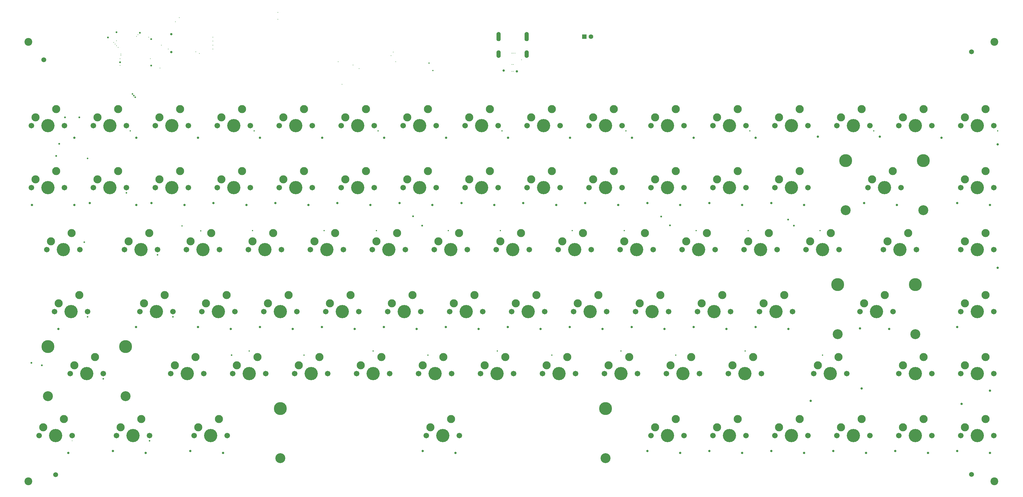
<source format=gts>
G04*
G04 #@! TF.GenerationSoftware,Altium Limited,Altium Designer,19.0.15 (446)*
G04*
G04 Layer_Color=8388736*
%FSLAX44Y44*%
%MOMM*%
G71*
G01*
G75*
%ADD13C,2.4000*%
%ADD14C,4.0640*%
%ADD15C,1.7018*%
%ADD16C,2.4892*%
%ADD17C,3.9878*%
%ADD18C,3.0480*%
%ADD19R,1.4112X1.4112*%
%ADD20C,1.4112*%
%ADD21C,0.8032*%
%ADD22C,0.3048*%
%ADD23C,0.7000*%
%ADD24C,1.5000*%
%ADD25C,0.5588*%
%ADD26C,0.5842*%
%ADD27C,0.5080*%
%ADD28C,0.4318*%
%ADD29C,0.4300*%
G36*
X1569550Y1367900D02*
Y1357900D01*
Y1357730D01*
X1569568Y1357390D01*
X1569603Y1357051D01*
X1569657Y1356715D01*
X1569727Y1356382D01*
X1569816Y1356053D01*
X1569921Y1355730D01*
X1570043Y1355412D01*
X1570181Y1355101D01*
X1570336Y1354797D01*
X1570506Y1354503D01*
X1570691Y1354217D01*
X1570891Y1353942D01*
X1571106Y1353677D01*
X1571333Y1353424D01*
X1571574Y1353183D01*
X1571827Y1352956D01*
X1572092Y1352742D01*
X1572367Y1352541D01*
X1572653Y1352356D01*
X1572947Y1352186D01*
X1573251Y1352031D01*
X1573562Y1351893D01*
X1573880Y1351771D01*
X1574203Y1351665D01*
X1574532Y1351577D01*
X1574865Y1351507D01*
X1575201Y1351453D01*
X1575540Y1351418D01*
X1575880Y1351400D01*
X1576050D01*
X1576220D01*
X1576560Y1351418D01*
X1576899Y1351453D01*
X1577235Y1351507D01*
X1577568Y1351577D01*
X1577897Y1351665D01*
X1578221Y1351771D01*
X1578538Y1351893D01*
X1578849Y1352031D01*
X1579153Y1352186D01*
X1579447Y1352356D01*
X1579733Y1352541D01*
X1580008Y1352741D01*
X1580273Y1352956D01*
X1580526Y1353183D01*
X1580766Y1353424D01*
X1580994Y1353677D01*
X1581208Y1353942D01*
X1581409Y1354217D01*
X1581594Y1354503D01*
X1581764Y1354797D01*
X1581919Y1355101D01*
X1582057Y1355412D01*
X1582179Y1355730D01*
X1582285Y1356053D01*
X1582373Y1356382D01*
X1582443Y1356715D01*
X1582497Y1357051D01*
X1582532Y1357390D01*
X1582550Y1357730D01*
Y1357900D01*
Y1367900D01*
Y1368070D01*
X1582532Y1368410D01*
X1582497Y1368749D01*
X1582443Y1369085D01*
X1582373Y1369418D01*
X1582285Y1369747D01*
X1582179Y1370070D01*
X1582057Y1370388D01*
X1581919Y1370699D01*
X1581764Y1371003D01*
X1581594Y1371297D01*
X1581409Y1371583D01*
X1581209Y1371858D01*
X1580994Y1372123D01*
X1580767Y1372376D01*
X1580526Y1372616D01*
X1580273Y1372844D01*
X1580008Y1373058D01*
X1579733Y1373259D01*
X1579447Y1373444D01*
X1579153Y1373614D01*
X1578849Y1373769D01*
X1578538Y1373907D01*
X1578221Y1374029D01*
X1577897Y1374135D01*
X1577568Y1374223D01*
X1577235Y1374293D01*
X1576899Y1374347D01*
X1576560Y1374382D01*
X1576220Y1374400D01*
X1576050D01*
X1575880D01*
X1575540Y1374382D01*
X1575201Y1374347D01*
X1574865Y1374293D01*
X1574532Y1374223D01*
X1574203Y1374135D01*
X1573880Y1374029D01*
X1573562Y1373907D01*
X1573251Y1373769D01*
X1572947Y1373614D01*
X1572653Y1373444D01*
X1572367Y1373259D01*
X1572092Y1373059D01*
X1571827Y1372844D01*
X1571574Y1372617D01*
X1571333Y1372376D01*
X1571106Y1372123D01*
X1570892Y1371858D01*
X1570691Y1371583D01*
X1570506Y1371297D01*
X1570336Y1371003D01*
X1570181Y1370699D01*
X1570043Y1370388D01*
X1569921Y1370070D01*
X1569816Y1369747D01*
X1569727Y1369418D01*
X1569657Y1369085D01*
X1569603Y1368749D01*
X1569568Y1368410D01*
X1569550Y1368070D01*
Y1367900D01*
D01*
D02*
G37*
G36*
Y1424500D02*
Y1408500D01*
X1569554Y1408368D01*
X1569583Y1408042D01*
X1569629Y1407717D01*
X1569691Y1407396D01*
X1569770Y1407078D01*
X1569866Y1406765D01*
X1569978Y1406457D01*
X1570106Y1406155D01*
X1570250Y1405861D01*
X1570409Y1405574D01*
X1570582Y1405296D01*
X1570770Y1405028D01*
X1570972Y1404770D01*
X1571187Y1404523D01*
X1571414Y1404287D01*
X1571654Y1404064D01*
X1571905Y1403853D01*
X1572166Y1403656D01*
X1572438Y1403473D01*
X1572719Y1403304D01*
X1573008Y1403150D01*
X1573305Y1403012D01*
X1573609Y1402889D01*
X1573918Y1402782D01*
X1574233Y1402692D01*
X1574552Y1402619D01*
X1574875Y1402562D01*
X1575200Y1402522D01*
X1575527Y1402499D01*
X1575855Y1402493D01*
X1576050Y1402500D01*
X1576245Y1402493D01*
X1576573Y1402499D01*
X1576900Y1402522D01*
X1577225Y1402562D01*
X1577547Y1402619D01*
X1577867Y1402692D01*
X1578181Y1402782D01*
X1578491Y1402889D01*
X1578795Y1403012D01*
X1579092Y1403150D01*
X1579381Y1403304D01*
X1579662Y1403473D01*
X1579933Y1403656D01*
X1580195Y1403853D01*
X1580446Y1404064D01*
X1580686Y1404287D01*
X1580913Y1404523D01*
X1581128Y1404770D01*
X1581330Y1405028D01*
X1581518Y1405296D01*
X1581691Y1405574D01*
X1581850Y1405861D01*
X1581994Y1406155D01*
X1582122Y1406457D01*
X1582234Y1406765D01*
X1582330Y1407078D01*
X1582409Y1407396D01*
X1582471Y1407717D01*
X1582517Y1408042D01*
X1582545Y1408368D01*
X1582550Y1408500D01*
Y1424500D01*
X1582545Y1424632D01*
X1582517Y1424958D01*
X1582471Y1425283D01*
X1582409Y1425604D01*
X1582330Y1425922D01*
X1582234Y1426235D01*
X1582122Y1426543D01*
X1581994Y1426845D01*
X1581850Y1427139D01*
X1581691Y1427426D01*
X1581518Y1427704D01*
X1581330Y1427972D01*
X1581128Y1428230D01*
X1580913Y1428477D01*
X1580686Y1428713D01*
X1580446Y1428936D01*
X1580195Y1429147D01*
X1579934Y1429344D01*
X1579662Y1429527D01*
X1579381Y1429696D01*
X1579092Y1429850D01*
X1578795Y1429988D01*
X1578491Y1430111D01*
X1578182Y1430217D01*
X1577867Y1430308D01*
X1577547Y1430381D01*
X1577225Y1430438D01*
X1576900Y1430478D01*
X1576573Y1430501D01*
X1576245Y1430507D01*
X1576050Y1430500D01*
X1575855Y1430507D01*
X1575527Y1430501D01*
X1575200Y1430478D01*
X1574875Y1430438D01*
X1574553Y1430381D01*
X1574233Y1430308D01*
X1573918Y1430218D01*
X1573609Y1430111D01*
X1573305Y1429988D01*
X1573008Y1429850D01*
X1572719Y1429696D01*
X1572438Y1429527D01*
X1572166Y1429344D01*
X1571905Y1429147D01*
X1571654Y1428936D01*
X1571414Y1428713D01*
X1571187Y1428477D01*
X1570972Y1428230D01*
X1570770Y1427972D01*
X1570582Y1427704D01*
X1570409Y1427426D01*
X1570250Y1427139D01*
X1570106Y1426845D01*
X1569978Y1426543D01*
X1569866Y1426236D01*
X1569770Y1425922D01*
X1569691Y1425604D01*
X1569629Y1425283D01*
X1569583Y1424958D01*
X1569554Y1424632D01*
X1569550Y1424500D01*
D01*
D02*
G37*
G36*
X1655950Y1367900D02*
Y1357900D01*
Y1357730D01*
X1655968Y1357390D01*
X1656003Y1357051D01*
X1656057Y1356715D01*
X1656127Y1356382D01*
X1656216Y1356053D01*
X1656321Y1355730D01*
X1656443Y1355412D01*
X1656581Y1355101D01*
X1656736Y1354797D01*
X1656906Y1354503D01*
X1657091Y1354217D01*
X1657291Y1353942D01*
X1657506Y1353677D01*
X1657733Y1353424D01*
X1657974Y1353183D01*
X1658227Y1352956D01*
X1658492Y1352742D01*
X1658767Y1352541D01*
X1659053Y1352356D01*
X1659347Y1352186D01*
X1659651Y1352031D01*
X1659962Y1351893D01*
X1660280Y1351771D01*
X1660603Y1351665D01*
X1660932Y1351577D01*
X1661265Y1351507D01*
X1661601Y1351453D01*
X1661940Y1351418D01*
X1662280Y1351400D01*
X1662450D01*
X1662620D01*
X1662960Y1351418D01*
X1663299Y1351453D01*
X1663635Y1351507D01*
X1663968Y1351577D01*
X1664297Y1351665D01*
X1664621Y1351771D01*
X1664938Y1351893D01*
X1665249Y1352031D01*
X1665553Y1352186D01*
X1665847Y1352356D01*
X1666133Y1352541D01*
X1666408Y1352741D01*
X1666673Y1352956D01*
X1666926Y1353183D01*
X1667166Y1353424D01*
X1667394Y1353677D01*
X1667608Y1353942D01*
X1667809Y1354217D01*
X1667994Y1354503D01*
X1668164Y1354797D01*
X1668319Y1355101D01*
X1668457Y1355412D01*
X1668579Y1355730D01*
X1668685Y1356053D01*
X1668773Y1356382D01*
X1668843Y1356715D01*
X1668897Y1357051D01*
X1668932Y1357390D01*
X1668950Y1357730D01*
Y1357900D01*
Y1367900D01*
Y1368070D01*
X1668932Y1368410D01*
X1668897Y1368749D01*
X1668843Y1369085D01*
X1668773Y1369418D01*
X1668685Y1369747D01*
X1668579Y1370070D01*
X1668457Y1370388D01*
X1668319Y1370699D01*
X1668164Y1371003D01*
X1667994Y1371297D01*
X1667809Y1371583D01*
X1667609Y1371858D01*
X1667394Y1372123D01*
X1667167Y1372376D01*
X1666926Y1372616D01*
X1666673Y1372844D01*
X1666408Y1373058D01*
X1666133Y1373259D01*
X1665847Y1373444D01*
X1665553Y1373614D01*
X1665249Y1373769D01*
X1664938Y1373907D01*
X1664621Y1374029D01*
X1664297Y1374135D01*
X1663968Y1374223D01*
X1663635Y1374293D01*
X1663299Y1374347D01*
X1662960Y1374382D01*
X1662620Y1374400D01*
X1662450D01*
X1662280D01*
X1661940Y1374382D01*
X1661601Y1374347D01*
X1661265Y1374293D01*
X1660932Y1374223D01*
X1660603Y1374135D01*
X1660280Y1374029D01*
X1659962Y1373907D01*
X1659651Y1373769D01*
X1659347Y1373614D01*
X1659053Y1373444D01*
X1658767Y1373259D01*
X1658492Y1373059D01*
X1658227Y1372844D01*
X1657974Y1372617D01*
X1657733Y1372376D01*
X1657506Y1372123D01*
X1657292Y1371858D01*
X1657091Y1371583D01*
X1656906Y1371297D01*
X1656736Y1371003D01*
X1656581Y1370699D01*
X1656443Y1370388D01*
X1656321Y1370070D01*
X1656216Y1369747D01*
X1656127Y1369418D01*
X1656057Y1369085D01*
X1656003Y1368749D01*
X1655968Y1368410D01*
X1655950Y1368070D01*
Y1367900D01*
D01*
D02*
G37*
G36*
Y1424500D02*
Y1408500D01*
X1655954Y1408368D01*
X1655983Y1408042D01*
X1656029Y1407717D01*
X1656091Y1407396D01*
X1656170Y1407078D01*
X1656266Y1406765D01*
X1656378Y1406457D01*
X1656506Y1406155D01*
X1656650Y1405861D01*
X1656809Y1405574D01*
X1656982Y1405296D01*
X1657170Y1405028D01*
X1657372Y1404770D01*
X1657587Y1404523D01*
X1657814Y1404287D01*
X1658054Y1404064D01*
X1658305Y1403853D01*
X1658566Y1403656D01*
X1658838Y1403473D01*
X1659119Y1403304D01*
X1659408Y1403150D01*
X1659705Y1403012D01*
X1660009Y1402889D01*
X1660318Y1402782D01*
X1660633Y1402692D01*
X1660952Y1402619D01*
X1661275Y1402562D01*
X1661600Y1402522D01*
X1661927Y1402499D01*
X1662255Y1402493D01*
X1662450Y1402500D01*
X1662645Y1402493D01*
X1662973Y1402499D01*
X1663300Y1402522D01*
X1663625Y1402562D01*
X1663947Y1402619D01*
X1664267Y1402692D01*
X1664581Y1402782D01*
X1664891Y1402889D01*
X1665195Y1403012D01*
X1665492Y1403150D01*
X1665781Y1403304D01*
X1666062Y1403473D01*
X1666333Y1403656D01*
X1666595Y1403853D01*
X1666846Y1404064D01*
X1667086Y1404287D01*
X1667313Y1404523D01*
X1667528Y1404770D01*
X1667730Y1405028D01*
X1667918Y1405296D01*
X1668091Y1405574D01*
X1668250Y1405861D01*
X1668394Y1406155D01*
X1668522Y1406457D01*
X1668634Y1406765D01*
X1668730Y1407078D01*
X1668809Y1407396D01*
X1668871Y1407717D01*
X1668917Y1408042D01*
X1668945Y1408368D01*
X1668950Y1408500D01*
Y1424500D01*
X1668945Y1424632D01*
X1668917Y1424958D01*
X1668871Y1425283D01*
X1668809Y1425604D01*
X1668730Y1425922D01*
X1668634Y1426235D01*
X1668522Y1426543D01*
X1668394Y1426845D01*
X1668250Y1427139D01*
X1668091Y1427426D01*
X1667918Y1427704D01*
X1667730Y1427972D01*
X1667528Y1428230D01*
X1667313Y1428477D01*
X1667086Y1428713D01*
X1666846Y1428936D01*
X1666595Y1429147D01*
X1666334Y1429344D01*
X1666062Y1429527D01*
X1665781Y1429696D01*
X1665492Y1429850D01*
X1665195Y1429988D01*
X1664891Y1430111D01*
X1664582Y1430217D01*
X1664267Y1430308D01*
X1663947Y1430381D01*
X1663625Y1430438D01*
X1663300Y1430478D01*
X1662973Y1430501D01*
X1662645Y1430507D01*
X1662450Y1430500D01*
X1662255Y1430507D01*
X1661927Y1430501D01*
X1661600Y1430478D01*
X1661275Y1430438D01*
X1660953Y1430381D01*
X1660633Y1430308D01*
X1660318Y1430218D01*
X1660009Y1430111D01*
X1659705Y1429988D01*
X1659408Y1429850D01*
X1659119Y1429696D01*
X1658838Y1429527D01*
X1658566Y1429344D01*
X1658305Y1429147D01*
X1658054Y1428936D01*
X1657814Y1428713D01*
X1657587Y1428477D01*
X1657372Y1428230D01*
X1657170Y1427972D01*
X1656982Y1427704D01*
X1656809Y1427426D01*
X1656650Y1427139D01*
X1656506Y1426845D01*
X1656378Y1426543D01*
X1656266Y1426236D01*
X1656170Y1425922D01*
X1656091Y1425604D01*
X1656029Y1425283D01*
X1655983Y1424958D01*
X1655954Y1424632D01*
X1655950Y1424500D01*
D01*
D02*
G37*
D13*
X130000Y50000D02*
D03*
X3100000D02*
D03*
Y1400000D02*
D03*
X130000D02*
D03*
D14*
X381000Y1143000D02*
D03*
X2571750Y762000D02*
D03*
X690565Y190500D02*
D03*
X452435D02*
D03*
X214312D02*
D03*
X309562Y381000D02*
D03*
X261938Y571500D02*
D03*
X238125Y762000D02*
D03*
X2762250Y952500D02*
D03*
X2809875Y762000D02*
D03*
X2738443Y571500D02*
D03*
X2595557Y381000D02*
D03*
X1404935Y190500D02*
D03*
X190500Y1143000D02*
D03*
X571500D02*
D03*
X762000D02*
D03*
X952500D02*
D03*
X1143000D02*
D03*
X1333500D02*
D03*
X1524000D02*
D03*
X1714500D02*
D03*
X1905000D02*
D03*
X2095500D02*
D03*
X2286000D02*
D03*
X2476500D02*
D03*
X2667000D02*
D03*
X2857500D02*
D03*
X3048000D02*
D03*
X381000Y952500D02*
D03*
X190500D02*
D03*
X571500D02*
D03*
X762000D02*
D03*
X952500D02*
D03*
X1143000D02*
D03*
X1333500D02*
D03*
X1524000D02*
D03*
X1714500D02*
D03*
X1905000D02*
D03*
X2095500D02*
D03*
X2286000D02*
D03*
X2476500D02*
D03*
X3048000D02*
D03*
X476250Y762000D02*
D03*
X666750D02*
D03*
X857250D02*
D03*
X1047750D02*
D03*
X1238250D02*
D03*
X1428750D02*
D03*
X1619250D02*
D03*
X1809750D02*
D03*
X2000250D02*
D03*
X2190750D02*
D03*
X2381250D02*
D03*
X3048000D02*
D03*
X523880Y571500D02*
D03*
X714380D02*
D03*
X904880D02*
D03*
X1095380D02*
D03*
X1285880D02*
D03*
X1476380D02*
D03*
X1666880D02*
D03*
X1857380D02*
D03*
X2047880D02*
D03*
X2238380D02*
D03*
X2428880D02*
D03*
X3048000D02*
D03*
X619123Y381000D02*
D03*
X809620D02*
D03*
X1000120D02*
D03*
X1190620D02*
D03*
X1381120D02*
D03*
X1571620D02*
D03*
X1762120D02*
D03*
X1952620D02*
D03*
X2143120D02*
D03*
X2333620D02*
D03*
X2857500D02*
D03*
X3048000D02*
D03*
X2095502Y190500D02*
D03*
X2286000D02*
D03*
X2476500D02*
D03*
X2667000D02*
D03*
X2857500D02*
D03*
X3048000D02*
D03*
D15*
X431800Y1143000D02*
D03*
X330200D02*
D03*
X2622550Y762000D02*
D03*
X2520950D02*
D03*
X639765Y190500D02*
D03*
X741365D02*
D03*
X401635D02*
D03*
X503235D02*
D03*
X163512D02*
D03*
X265112D02*
D03*
X360363Y381000D02*
D03*
X258762D02*
D03*
X312738Y571500D02*
D03*
X211138D02*
D03*
X288925Y762000D02*
D03*
X187325D02*
D03*
X2711450Y952500D02*
D03*
X2813050D02*
D03*
X2860675Y762000D02*
D03*
X2759075D02*
D03*
X2789243Y571500D02*
D03*
X2687643D02*
D03*
X2646357Y381000D02*
D03*
X2544757D02*
D03*
X1455735Y190500D02*
D03*
X1354135D02*
D03*
X139700Y1143000D02*
D03*
X241300D02*
D03*
X520700D02*
D03*
X622300D02*
D03*
X711200D02*
D03*
X812800D02*
D03*
X901700D02*
D03*
X1003300D02*
D03*
X1092200D02*
D03*
X1193800D02*
D03*
X1282700D02*
D03*
X1384300D02*
D03*
X1473200D02*
D03*
X1574800D02*
D03*
X1663700D02*
D03*
X1765300D02*
D03*
X1854200D02*
D03*
X1955800D02*
D03*
X2044700D02*
D03*
X2146300D02*
D03*
X2235200D02*
D03*
X2336800D02*
D03*
X2425700D02*
D03*
X2527300D02*
D03*
X2616200D02*
D03*
X2717800D02*
D03*
X2806700D02*
D03*
X2908300D02*
D03*
X2997200D02*
D03*
X3098800D02*
D03*
X330200Y952500D02*
D03*
X431800D02*
D03*
X139700D02*
D03*
X241300D02*
D03*
X520700D02*
D03*
X622300D02*
D03*
X711200D02*
D03*
X812800D02*
D03*
X901700D02*
D03*
X1003300D02*
D03*
X1092200D02*
D03*
X1193800D02*
D03*
X1282700D02*
D03*
X1384300D02*
D03*
X1473200D02*
D03*
X1574800D02*
D03*
X1663700D02*
D03*
X1765300D02*
D03*
X1854200D02*
D03*
X1955800D02*
D03*
X2044700D02*
D03*
X2146300D02*
D03*
X2235200D02*
D03*
X2336800D02*
D03*
X2425700D02*
D03*
X2527300D02*
D03*
X2997200D02*
D03*
X3098800D02*
D03*
X425450Y762000D02*
D03*
X527050D02*
D03*
X615950D02*
D03*
X717550D02*
D03*
X806450D02*
D03*
X908050D02*
D03*
X996950D02*
D03*
X1098550D02*
D03*
X1187450D02*
D03*
X1289050D02*
D03*
X1377950D02*
D03*
X1479550D02*
D03*
X1568450D02*
D03*
X1670050D02*
D03*
X1758950D02*
D03*
X1860550D02*
D03*
X1949450D02*
D03*
X2051050D02*
D03*
X2139950D02*
D03*
X2241550D02*
D03*
X2330450D02*
D03*
X2432050D02*
D03*
X2997200D02*
D03*
X3098800D02*
D03*
X473080Y571500D02*
D03*
X574680D02*
D03*
X663580D02*
D03*
X765180D02*
D03*
X854080D02*
D03*
X955680D02*
D03*
X1044580D02*
D03*
X1146180D02*
D03*
X1235080D02*
D03*
X1336680D02*
D03*
X1425580D02*
D03*
X1527180D02*
D03*
X1616080D02*
D03*
X1717680D02*
D03*
X1806580D02*
D03*
X1908180D02*
D03*
X1997080D02*
D03*
X2098680D02*
D03*
X2187580D02*
D03*
X2289180D02*
D03*
X2378080D02*
D03*
X2479680D02*
D03*
X2997200D02*
D03*
X3098800D02*
D03*
X568322Y381000D02*
D03*
X669922D02*
D03*
X758820D02*
D03*
X860420D02*
D03*
X949320D02*
D03*
X1050920D02*
D03*
X1139820D02*
D03*
X1241420D02*
D03*
X1330320D02*
D03*
X1431920D02*
D03*
X1520820D02*
D03*
X1622420D02*
D03*
X1711320D02*
D03*
X1812920D02*
D03*
X1901820D02*
D03*
X2003420D02*
D03*
X2092320D02*
D03*
X2193920D02*
D03*
X2282820D02*
D03*
X2384420D02*
D03*
X2806700D02*
D03*
X2908300D02*
D03*
X2997200D02*
D03*
X3098800D02*
D03*
X2044702Y190500D02*
D03*
X2146302D02*
D03*
X2235200D02*
D03*
X2336800D02*
D03*
X2425700D02*
D03*
X2527300D02*
D03*
X2616200D02*
D03*
X2717800D02*
D03*
X2806700D02*
D03*
X2908300D02*
D03*
X2997200D02*
D03*
X3098800D02*
D03*
D16*
X406400Y1193800D02*
D03*
X342900Y1168400D02*
D03*
X2597150Y812800D02*
D03*
X2533650Y787400D02*
D03*
X652465Y215900D02*
D03*
X715965Y241300D02*
D03*
X414335Y215900D02*
D03*
X477835Y241300D02*
D03*
X176213Y215900D02*
D03*
X239713Y241300D02*
D03*
X334963Y431800D02*
D03*
X271462Y406400D02*
D03*
X287337Y622300D02*
D03*
X223838Y596900D02*
D03*
X263525Y812800D02*
D03*
X200025Y787400D02*
D03*
X2724150Y977900D02*
D03*
X2787650Y1003300D02*
D03*
X2835275Y812800D02*
D03*
X2771775Y787400D02*
D03*
X2763842Y622300D02*
D03*
X2700343Y596900D02*
D03*
X2620957Y431800D02*
D03*
X2557457Y406400D02*
D03*
X1430335Y241300D02*
D03*
X1366835Y215900D02*
D03*
X152400Y1168400D02*
D03*
X215900Y1193800D02*
D03*
X533400Y1168400D02*
D03*
X596900Y1193800D02*
D03*
X723900Y1168400D02*
D03*
X787400Y1193800D02*
D03*
X914400Y1168400D02*
D03*
X977900Y1193800D02*
D03*
X1104900Y1168400D02*
D03*
X1168400Y1193800D02*
D03*
X1295400Y1168400D02*
D03*
X1358900Y1193800D02*
D03*
X1485900Y1168400D02*
D03*
X1549400Y1193800D02*
D03*
X1676400Y1168400D02*
D03*
X1739900Y1193800D02*
D03*
X1866900Y1168400D02*
D03*
X1930400Y1193800D02*
D03*
X2057400Y1168400D02*
D03*
X2120900Y1193800D02*
D03*
X2247900Y1168400D02*
D03*
X2311400Y1193800D02*
D03*
X2438400Y1168400D02*
D03*
X2501900Y1193800D02*
D03*
X2628900Y1168400D02*
D03*
X2692400Y1193800D02*
D03*
X2819400Y1168400D02*
D03*
X2882900Y1193800D02*
D03*
X3009900Y1168400D02*
D03*
X3073400Y1193800D02*
D03*
X342900Y977900D02*
D03*
X406400Y1003300D02*
D03*
X152400Y977900D02*
D03*
X215900Y1003300D02*
D03*
X533400Y977900D02*
D03*
X596900Y1003300D02*
D03*
X723900Y977900D02*
D03*
X787400Y1003300D02*
D03*
X914400Y977900D02*
D03*
X977900Y1003300D02*
D03*
X1104900Y977900D02*
D03*
X1168400Y1003300D02*
D03*
X1295400Y977900D02*
D03*
X1358900Y1003300D02*
D03*
X1485900Y977900D02*
D03*
X1549400Y1003300D02*
D03*
X1676400Y977900D02*
D03*
X1739900Y1003300D02*
D03*
X1866900Y977900D02*
D03*
X1930400Y1003300D02*
D03*
X2057400Y977900D02*
D03*
X2120900Y1003300D02*
D03*
X2247900Y977900D02*
D03*
X2311400Y1003300D02*
D03*
X2438400Y977900D02*
D03*
X2501900Y1003300D02*
D03*
X3009900Y977900D02*
D03*
X3073400Y1003300D02*
D03*
X438150Y787400D02*
D03*
X501650Y812800D02*
D03*
X628650Y787400D02*
D03*
X692150Y812800D02*
D03*
X819150Y787400D02*
D03*
X882650Y812800D02*
D03*
X1009650Y787400D02*
D03*
X1073150Y812800D02*
D03*
X1200150Y787400D02*
D03*
X1263650Y812800D02*
D03*
X1390650Y787400D02*
D03*
X1454150Y812800D02*
D03*
X1581150Y787400D02*
D03*
X1644650Y812800D02*
D03*
X1771650Y787400D02*
D03*
X1835150Y812800D02*
D03*
X1962150Y787400D02*
D03*
X2025650Y812800D02*
D03*
X2152650Y787400D02*
D03*
X2216150Y812800D02*
D03*
X2343150Y787400D02*
D03*
X2406650Y812800D02*
D03*
X3009900Y787400D02*
D03*
X3073400Y812800D02*
D03*
X485780Y596900D02*
D03*
X549280Y622300D02*
D03*
X676280Y596900D02*
D03*
X739780Y622300D02*
D03*
X866780Y596900D02*
D03*
X930280Y622300D02*
D03*
X1057280Y596900D02*
D03*
X1120780Y622300D02*
D03*
X1247780Y596900D02*
D03*
X1311280Y622300D02*
D03*
X1438280Y596900D02*
D03*
X1501780Y622300D02*
D03*
X1628780Y596900D02*
D03*
X1692280Y622300D02*
D03*
X1819280Y596900D02*
D03*
X1882780Y622300D02*
D03*
X2009780Y596900D02*
D03*
X2073280Y622300D02*
D03*
X2200280Y596900D02*
D03*
X2263780Y622300D02*
D03*
X2390780Y596900D02*
D03*
X2454280Y622300D02*
D03*
X3009900Y596900D02*
D03*
X3073400Y622300D02*
D03*
X581022Y406400D02*
D03*
X644522Y431800D02*
D03*
X771520Y406400D02*
D03*
X835020Y431800D02*
D03*
X962020Y406400D02*
D03*
X1025520Y431800D02*
D03*
X1152520Y406400D02*
D03*
X1216020Y431800D02*
D03*
X1343020Y406400D02*
D03*
X1406520Y431800D02*
D03*
X1533520Y406400D02*
D03*
X1597020Y431800D02*
D03*
X1724020Y406400D02*
D03*
X1787520Y431800D02*
D03*
X1914520Y406400D02*
D03*
X1978020Y431800D02*
D03*
X2105020Y406400D02*
D03*
X2168520Y431800D02*
D03*
X2295520Y406400D02*
D03*
X2359020Y431800D02*
D03*
X2819400Y406400D02*
D03*
X2882900Y431800D02*
D03*
X3009900Y406400D02*
D03*
X3073400Y431800D02*
D03*
X2057402Y215900D02*
D03*
X2120903Y241300D02*
D03*
X2247900Y215900D02*
D03*
X2311400Y241300D02*
D03*
X2438400Y215900D02*
D03*
X2501900Y241300D02*
D03*
X2628900Y215900D02*
D03*
X2692400Y241300D02*
D03*
X2819400Y215900D02*
D03*
X2882900Y241300D02*
D03*
X3009900Y215900D02*
D03*
X3073400Y241300D02*
D03*
D17*
X190182Y463550D02*
D03*
X428942D02*
D03*
X2881630Y1035050D02*
D03*
X2642870D02*
D03*
X2619062Y654050D02*
D03*
X2857823D02*
D03*
X904935Y273050D02*
D03*
X1904935D02*
D03*
D18*
X190182Y311150D02*
D03*
X428942D02*
D03*
X2881630Y882650D02*
D03*
X2642870D02*
D03*
X2619062Y501650D02*
D03*
X2857823D02*
D03*
X904935Y120650D02*
D03*
X1904935D02*
D03*
D19*
X1840000Y1416500D02*
D03*
D20*
X1860000D02*
D03*
D21*
X1662450D02*
D03*
X1576050D02*
D03*
X1662450Y1362900D02*
D03*
X1576050D02*
D03*
D22*
X1260000Y1339340D02*
D03*
X1082500Y1339187D02*
D03*
X1128710Y1329250D02*
D03*
X560000Y1378500D02*
D03*
X594500Y1474500D02*
D03*
X582500Y1462500D02*
D03*
X467500Y1422500D02*
D03*
X265110Y174750D02*
D03*
X463000Y1417500D02*
D03*
X392500Y1398500D02*
D03*
X397341Y1393500D02*
D03*
X401635Y1388500D02*
D03*
X406400Y1383500D02*
D03*
X415000Y1363286D02*
D03*
Y1358714D02*
D03*
X411950Y1328500D02*
D03*
X505000Y1348500D02*
D03*
X535000Y1320000D02*
D03*
X411950Y1348500D02*
D03*
X400874Y1404126D02*
D03*
X1095000Y1270250D02*
D03*
X539500Y1390500D02*
D03*
X697500Y1378500D02*
D03*
Y1390500D02*
D03*
Y1402500D02*
D03*
X500000Y1414500D02*
D03*
X697500D02*
D03*
X1616964Y1310000D02*
D03*
X1621536D02*
D03*
X655710Y1365000D02*
D03*
X897500Y1491000D02*
D03*
X645000Y1370000D02*
D03*
X897500Y1470000D02*
D03*
X1245000Y1357749D02*
D03*
X1621536Y1365300D02*
D03*
X1616964Y1331000D02*
D03*
X1621536D02*
D03*
X1616964Y1365300D02*
D03*
X1147098Y1318152D02*
D03*
X1252500Y1368950D02*
D03*
X1646750Y1345000D02*
D03*
X1626721Y1365300D02*
D03*
D23*
X1632500Y1309815D02*
D03*
X1591786Y1312230D02*
D03*
X3086500Y328472D02*
D03*
X2999813Y287500D02*
D03*
X2691997Y335200D02*
D03*
X2536043Y297500D02*
D03*
X3086500Y137500D02*
D03*
X2896000D02*
D03*
X2985691Y143000D02*
D03*
X2795190D02*
D03*
X2705500Y137500D02*
D03*
X2515000D02*
D03*
X2604691Y143000D02*
D03*
X2414190D02*
D03*
X2324503Y137500D02*
D03*
X2134002D02*
D03*
X2223690Y143000D02*
D03*
X2033190D02*
D03*
X1443435Y137500D02*
D03*
X1342630Y143000D02*
D03*
X729060Y137500D02*
D03*
X628250Y143000D02*
D03*
X490935Y137500D02*
D03*
X390130Y143000D02*
D03*
X252812Y137500D02*
D03*
X3110310Y706000D02*
D03*
X2985690Y524000D02*
D03*
X2687643Y520000D02*
D03*
X2467380Y518500D02*
D03*
X2276880D02*
D03*
X2366570Y524000D02*
D03*
X2176070D02*
D03*
X2086378Y518500D02*
D03*
X1895877D02*
D03*
X1985570Y524000D02*
D03*
X1795070D02*
D03*
X1705378Y518500D02*
D03*
X1514877D02*
D03*
X1604570Y524000D02*
D03*
X1414070D02*
D03*
X1324377Y518500D02*
D03*
X1133877D02*
D03*
X1223570Y524000D02*
D03*
X1033070D02*
D03*
X943380Y518500D02*
D03*
X752880D02*
D03*
X842570Y524000D02*
D03*
X652070D02*
D03*
X461570D02*
D03*
X222621Y518500D02*
D03*
X2776942D02*
D03*
X318690Y905000D02*
D03*
X141106Y899148D02*
D03*
X699100Y905000D02*
D03*
X508600D02*
D03*
X1080438D02*
D03*
X889938D02*
D03*
X1461690D02*
D03*
X1271190D02*
D03*
X1842438D02*
D03*
X1651938D02*
D03*
X2033190D02*
D03*
X2223690D02*
D03*
X2414190D02*
D03*
X2699940D02*
D03*
X2985690D02*
D03*
X3086500Y899148D02*
D03*
X2800750Y899500D02*
D03*
X2515000D02*
D03*
X2133997D02*
D03*
X2324495D02*
D03*
X1753000Y899500D02*
D03*
X1943497D02*
D03*
X1372000D02*
D03*
X1562497D02*
D03*
X991000D02*
D03*
X1181497D02*
D03*
X610000D02*
D03*
X800497D02*
D03*
X271462D02*
D03*
X461960D02*
D03*
X3110310Y1085000D02*
D03*
X2938210Y1106000D02*
D03*
X2557460Y1109472D02*
D03*
X2747960D02*
D03*
X2176210Y1106000D02*
D03*
X2366707D02*
D03*
X1795460D02*
D03*
X1985957D02*
D03*
X1414460D02*
D03*
X1604957D02*
D03*
X1033460D02*
D03*
X1223957D02*
D03*
X652210D02*
D03*
X842707D02*
D03*
X461960D02*
D03*
X271462D02*
D03*
X570000Y1368950D02*
D03*
Y1423680D02*
D03*
D24*
X177500Y1345000D02*
D03*
X214312Y70000D02*
D03*
X3030000Y71270D02*
D03*
Y1370000D02*
D03*
D25*
X375000Y1414000D02*
D03*
X225000Y1087000D02*
D03*
X215900Y1050000D02*
D03*
X171400Y406400D02*
D03*
X139700Y414200D02*
D03*
X287337Y1168400D02*
D03*
X242500D02*
D03*
X1341434Y836000D02*
D03*
X1313434Y864000D02*
D03*
X2076000Y863437D02*
D03*
X2103000Y836437D02*
D03*
X2484434Y836000D02*
D03*
X2466434Y854000D02*
D03*
D26*
X412500Y1337500D02*
D03*
X401635Y1430000D02*
D03*
X507500Y1408372D02*
D03*
X473080Y1428200D02*
D03*
X507500Y1327363D02*
D03*
D27*
X503240Y174750D02*
D03*
X360360Y365250D02*
D03*
X754759Y438069D02*
D03*
X312740Y555750D02*
D03*
X574680D02*
D03*
X302500Y785000D02*
D03*
X450435Y1240000D02*
D03*
X527050Y746250D02*
D03*
X455000Y1235000D02*
D03*
X312500Y1042262D02*
D03*
X459086Y1230000D02*
D03*
X431800Y936750D02*
D03*
D28*
X443310Y1127250D02*
D03*
X2572500Y437310D02*
D03*
X2333800Y450500D02*
D03*
X1952710Y450250D02*
D03*
X2120590Y437560D02*
D03*
X1571800Y450500D02*
D03*
X1739680Y437810D02*
D03*
X1190710Y450250D02*
D03*
X1358590Y437560D02*
D03*
X977500Y437310D02*
D03*
X809620Y450000D02*
D03*
X2564550Y820000D02*
D03*
X2183550D02*
D03*
X1802550D02*
D03*
X1421550D02*
D03*
X1040000D02*
D03*
X660000Y819550D02*
D03*
X2343150Y820000D02*
D03*
X1962150D02*
D03*
X1581150D02*
D03*
X1200150D02*
D03*
X819150D02*
D03*
X602750Y835000D02*
D03*
X824310Y1127250D02*
D03*
X1205310D02*
D03*
X1586310D02*
D03*
X1967310D02*
D03*
X2348310D02*
D03*
X2729310D02*
D03*
X3110310D02*
D03*
D29*
X1374450Y1312050D02*
D03*
X1362500Y1335250D02*
D03*
M02*

</source>
